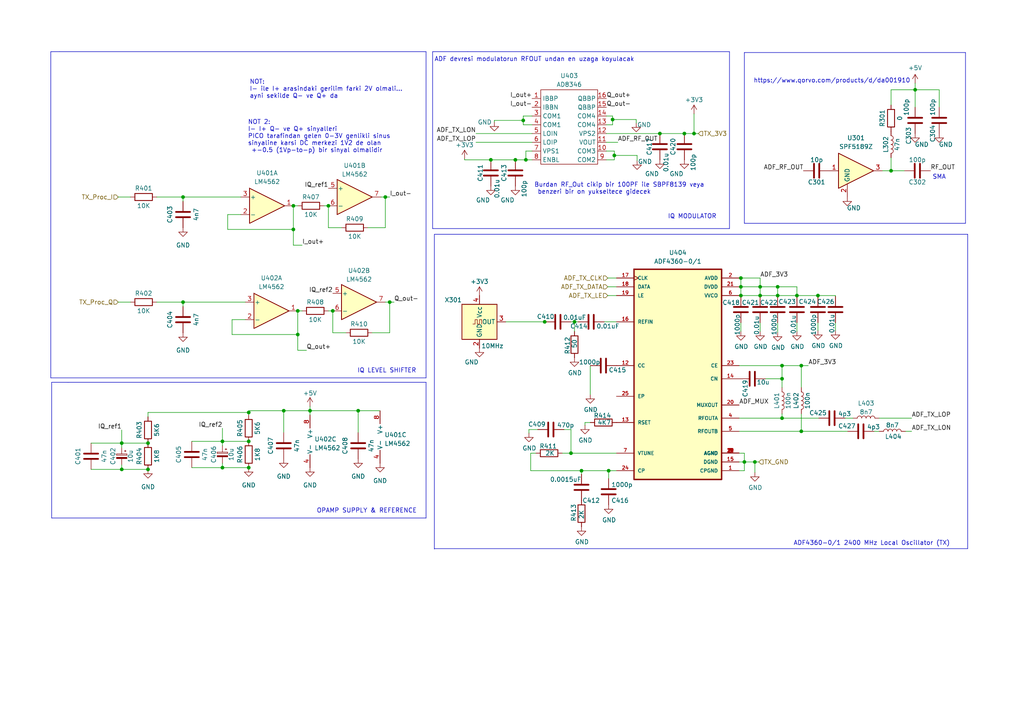
<source format=kicad_sch>
(kicad_sch (version 20231120) (generator "eeschema") (generator_version "8.0")
  (paper "A4")
  (title_block (title "TX RF Board"))
  (lib_symbols
    (symbol "+5V_1" (power) (pin_numbers hide) (pin_names (offset 0) hide)
      (property "Value" "+5V" (at 0 3.556 0))
      (symbol "+5V_1_0_1"
        (polyline (pts (xy -0.762 1.27) (xy 0 2.54)))
        (polyline (pts (xy 0 0) (xy 0 2.54)))
        (polyline (pts (xy 0 2.54) (xy 0.762 1.27)))
      )
      (symbol "+5V_1_1_1"
        (pin power_in line (at 0 0 90) (length 0) (name "~") (number "1"))
      )
    )
    (symbol "ADF4360:ADF4360-5BCP" (pin_names (offset 1.016))
      (property "Reference" "U102" (at 0 34.29 0))
      (property "Value" "ADF4360-4" (at 0 31.75 0))
      (symbol "ADF4360-5BCP_0_0"
        (rectangle (start -12.7 -30.48) (end 12.7 30.48) (stroke (width 0.41)) (fill (type background)))
        (pin power_in line (at 17.78 -27.94 180) (length 5.08) (name "CPGND") (number "1"))
        (pin power_in line (at 17.78 -22.86 180) (length 5.08) (name "AGND") (number "10"))
        (pin power_in line (at 17.78 -22.86 180) (length 5.08) (name "AGND") (number "11"))
        (pin bidirectional line (at -17.78 2.54 0) (length 5.08) (name "CC") (number "12"))
        (pin bidirectional line (at -17.78 -13.97 0) (length 5.08) (name "RSET") (number "13"))
        (pin bidirectional line (at 17.78 -1.27 180) (length 5.08) (name "CN") (number "14"))
        (pin power_in line (at 17.78 -25.4 180) (length 5.08) (name "DGND") (number "15"))
        (pin input line (at -17.78 15.24 0) (length 5.08) (name "REFIN") (number "16"))
        (pin input clock (at -17.78 27.94 0) (length 5.08) (name "CLK") (number "17"))
        (pin input line (at -17.78 25.4 0) (length 5.08) (name "DATA") (number "18"))
        (pin input line (at -17.78 22.86 0) (length 5.08) (name "LE") (number "19"))
        (pin power_in line (at 17.78 27.94 180) (length 5.08) (name "AVDD") (number "2"))
        (pin output line (at 17.78 -8.89 180) (length 5.08) (name "MUXOUT") (number "20"))
        (pin power_in line (at 17.78 25.4 180) (length 5.08) (name "DVDD") (number "21"))
        (pin power_in line (at 17.78 -22.86 180) (length 5.08) (name "AGND") (number "22"))
        (pin bidirectional line (at 17.78 2.54 180) (length 5.08) (name "CE") (number "23"))
        (pin output line (at -17.78 -27.94 0) (length 5.08) (name "CP") (number "24"))
        (pin bidirectional line (at -17.78 -6.35 0) (length 5.08) (name "EP") (number "25"))
        (pin power_in line (at 17.78 -22.86 180) (length 5.08) (name "AGND") (number "3"))
        (pin output line (at 17.78 -12.7 180) (length 5.08) (name "RFOUTA") (number "4"))
        (pin output line (at 17.78 -16.51 180) (length 5.08) (name "RFOUTB") (number "5"))
        (pin power_in line (at 17.78 22.86 180) (length 5.08) (name "VVCO") (number "6"))
        (pin input line (at -17.78 -22.86 0) (length 5.08) (name "VTUNE") (number "7"))
        (pin power_in line (at 17.78 -22.86 180) (length 5.08) (name "AGND") (number "8"))
        (pin power_in line (at 17.78 -22.86 180) (length 5.08) (name "AGND") (number "9"))
      )
    )
    (symbol "Amplifier_Operational:LM4562" (pin_names (offset 0.127))
      (property "Reference" "U" (at 0 5.08 0))
      (property "Value" "LM4562" (at 0 -5.08 0))
      (symbol "LM4562_1_1"
        (polyline (pts (xy -5.08 5.08) (xy 5.08 0) (xy -5.08 -5.08) (xy -5.08 5.08)) (stroke (width 0.254)) (fill (type background)))
        (pin output line (at 7.62 0 180) (length 2.54) (name "~") (number "1"))
        (pin input line (at -7.62 -2.54 0) (length 2.54) (name "-") (number "2"))
        (pin input line (at -7.62 2.54 0) (length 2.54) (name "+") (number "3"))
      )
      (symbol "LM4562_2_1"
        (polyline (pts (xy -5.08 5.08) (xy 5.08 0) (xy -5.08 -5.08) (xy -5.08 5.08)) (stroke (width 0.254)) (fill (type background)))
        (pin input line (at -7.62 2.54 0) (length 2.54) (name "+") (number "5"))
        (pin input line (at -7.62 -2.54 0) (length 2.54) (name "-") (number "6"))
        (pin output line (at 7.62 0 180) (length 2.54) (name "~") (number "7"))
      )
      (symbol "LM4562_3_1"
        (pin power_in line (at -2.54 -7.62 90) (length 3.81) (name "V-") (number "4"))
        (pin power_in line (at -2.54 7.62 270) (length 3.81) (name "V+") (number "8"))
      )
    )
    (symbol "Device:C" (pin_numbers hide) (pin_names (offset 0.254))
      (property "Reference" "C" (at 0.635 2.54 0))
      (property "Value" "C" (at 0.635 -2.54 0))
      (symbol "C_0_1"
        (polyline (pts (xy -2.032 -0.762) (xy 2.032 -0.762)) (stroke (width 0.508)))
        (polyline (pts (xy -2.032 0.762) (xy 2.032 0.762)) (stroke (width 0.508)))
      )
      (symbol "C_1_1"
        (pin passive line (at 0 3.81 270) (length 2.794) (name "~") (number "1"))
        (pin passive line (at 0 -3.81 90) (length 2.794) (name "~") (number "2"))
      )
    )
    (symbol "Device:C_Polarized_Small" (pin_numbers hide) (pin_names (offset 0.254) hide)
      (property "Reference" "C" (at 0.254 1.778 0))
      (property "Value" "C_Polarized_Small" (at 0.254 -2.032 0))
      (symbol "C_Polarized_Small_0_1"
        (rectangle (start -1.524 -0.3048) (end 1.524 -0.6858) (fill (type outline)))
        (rectangle (start -1.524 0.6858) (end 1.524 0.3048))
        (polyline (pts (xy -1.27 1.524) (xy -0.762 1.524)))
        (polyline (pts (xy -1.016 1.27) (xy -1.016 1.778)))
      )
      (symbol "C_Polarized_Small_1_1"
        (pin passive line (at 0 2.54 270) (length 1.8542) (name "~") (number "1"))
        (pin passive line (at 0 -2.54 90) (length 1.8542) (name "~") (number "2"))
      )
    )
    (symbol "Device:L" (pin_numbers hide) (pin_names (offset 1.016) hide)
      (property "Reference" "L" (at -1.27 -3.81 90))
      (property "Value" "L" (at -1.27 2.54 90))
      (symbol "L_0_1"
        (arc (start 0 -2.54) (mid 0.6323 -1.905) (end 0 -1.27))
        (arc (start 0 -1.27) (mid 0.6323 -0.635) (end 0 0))
        (arc (start 0 0) (mid 0.6323 0.635) (end 0 1.27))
        (arc (start 0 1.27) (mid 0.6323 1.905) (end 0 2.54))
      )
      (symbol "L_1_1"
        (pin passive line (at 0 3.81 270) (length 1.27) (name "1") (number "1"))
        (pin passive line (at 0 -3.81 90) (length 1.27) (name "2") (number "2"))
      )
    )
    (symbol "Device:R" (pin_numbers hide) (pin_names (offset 0))
      (property "Reference" "R" (at 2.032 0 90))
      (property "Value" "R" (at 0 0 90))
      (symbol "R_0_1"
        (rectangle (start -1.016 -2.54) (end 1.016 2.54) (stroke (width 0.254)))
      )
      (symbol "R_1_1"
        (pin passive line (at 0 3.81 270) (length 1.27) (name "~") (number "1"))
        (pin passive line (at 0 -3.81 90) (length 1.27) (name "~") (number "2"))
      )
    )
    (symbol "Enevo_WE-10_library:GND" (power) (pin_names (offset 0))
      (property "Value" "GND" (at 0 -3.81 0))
      (symbol "GND_0_1"
        (polyline (pts (xy 0 0) (xy 0 -1.27) (xy 1.27 -1.27) (xy 0 -2.54) (xy -1.27 -1.27) (xy 0 -1.27)))
      )
      (symbol "GND_1_1"
        (pin power_in line (at 0 0 270) (length 0) hide (name "GND") (number "1"))
      )
    )
    (symbol "Oscillator:TG2520SMN-xx.xxxxxxMhz-xxxxNM"
      (property "Reference" "X" (at -5.08 6.35 0))
      (property "Value" "TG2520SMN-xx.xxxxxxMhz-xxxxNM" (at 1.27 -6.35 0))
      (symbol "TG2520SMN-xx.xxxxxxMhz-xxxxNM_0_1"
        (rectangle (start -5.08 5.08) (end 5.08 -5.08) (stroke (width 0.254)) (fill (type background)))
        (polyline (pts (xy -1.905 -0.635) (xy -1.27 -0.635) (xy -1.27 0.635) (xy -0.635 0.635) (xy -0.635 -0.635) (xy 0 -0.635) (xy 0 0.635) (xy 0.635 0.635) (xy 0.635 -0.635)))
      )
      (symbol "TG2520SMN-xx.xxxxxxMhz-xxxxNM_1_1"
        (pin no_connect line (at -5.08 0 0) (length 2.54) hide (name "NC") (number "1"))
        (pin power_in line (at 0 -7.62 90) (length 2.54) (name "GND") (number "2"))
        (pin output line (at 7.62 0 180) (length 2.54) (name "OUT") (number "3"))
        (pin power_in line (at 0 7.62 270) (length 2.54) (name "Vcc") (number "4"))
      )
    )
    (symbol "RF_Amplifier:SPF5189Z"
      (property "Reference" "U" (at -1.27 7.62 0))
      (property "Value" "SPF5189Z" (at 2.54 5.08 0))
      (symbol "SPF5189Z_0_1"
        (polyline (pts (xy 5.08 0) (xy -5.08 5.08) (xy -5.08 -5.08) (xy 5.08 0)) (stroke (width 0.254)) (fill (type background)))
      )
      (symbol "SPF5189Z_1_1"
        (pin input line (at -7.62 0 0) (length 2.54) (name "~") (number "1"))
        (pin power_in line (at -2.54 -7.62 90) (length 3.81) (name "GND") (number "2"))
        (pin output line (at 7.62 0 180) (length 2.54) (name "~") (number "3"))
      )
    )
    (symbol "n3b_tx:AD8346"
      (property "Reference" "U" (at 0 0 0))
      (property "Value" "AD8346" (at 0 12.7 0))
      (symbol "AD8346_0_1"
        (rectangle (start -7.62 11.43) (end 8.89 -10.16))
      )
      (symbol "AD8346_1_1"
        (pin input line (at -10.16 8.89 0) (length 2.54) (name "IBBP") (number "1"))
        (pin input line (at 11.43 -6.35 180) (length 2.54) (name "COM3") (number "10"))
        (pin input line (at 11.43 -3.81 180) (length 2.54) (name "VOUT") (number "11"))
        (pin input line (at 11.43 -1.27 180) (length 2.54) (name "VPS2") (number "12"))
        (pin input line (at 11.43 1.27 180) (length 2.54) (name "COM4") (number "13"))
        (pin input line (at 11.43 3.81 180) (length 2.54) (name "COM4") (number "14"))
        (pin input line (at 11.43 6.35 180) (length 2.54) (name "QBBP") (number "15"))
        (pin input line (at 11.43 8.89 180) (length 2.54) (name "QBBP") (number "16"))
        (pin input line (at -10.16 6.35 0) (length 2.54) (name "IBBN") (number "2"))
        (pin input line (at -10.16 3.81 0) (length 2.54) (name "COM1") (number "3"))
        (pin input line (at -10.16 1.27 0) (length 2.54) (name "COM1") (number "4"))
        (pin input line (at -10.16 -1.27 0) (length 2.54) (name "LOIN") (number "5"))
        (pin input line (at -10.16 -3.81 0) (length 2.54) (name "LOIP") (number "6"))
        (pin input line (at -10.16 -6.35 0) (length 2.54) (name "VPS1") (number "7"))
        (pin input line (at -10.16 -8.89 0) (length 2.54) (name "ENBL") (number "8"))
        (pin input line (at 11.43 -8.89 180) (length 2.54) (name "COM2") (number "9"))
      )
    )
    (symbol "power:+3V3" (power) (pin_names (offset 0))
      (property "Value" "+3V3" (at 0 3.556 0))
      (symbol "+3V3_0_1"
        (polyline (pts (xy -0.762 1.27) (xy 0 2.54)))
        (polyline (pts (xy 0 0) (xy 0 2.54)))
        (polyline (pts (xy 0 2.54) (xy 0.762 1.27)))
      )
      (symbol "+3V3_1_1"
        (pin power_in line (at 0 0 90) (length 0) hide (name "+3V3") (number "1"))
      )
    )
    (symbol "power:+5V" (power) (pin_names (offset 0))
      (property "Value" "+5V" (at 0 3.556 0))
      (symbol "+5V_0_1"
        (polyline (pts (xy -0.762 1.27) (xy 0 2.54)))
        (polyline (pts (xy 0 0) (xy 0 2.54)))
        (polyline (pts (xy 0 2.54) (xy 0.762 1.27)))
      )
      (symbol "+5V_1_1"
        (pin power_in line (at 0 0 90) (length 0) hide (name "+5V") (number "1"))
      )
    )
    (symbol "power:GND" (power) (pin_names (offset 0))
      (property "Value" "GND" (at 0 -3.81 0))
      (symbol "GND_0_1"
        (polyline (pts (xy 0 0) (xy 0 -1.27) (xy 1.27 -1.27) (xy 0 -2.54) (xy -1.27 -1.27) (xy 0 -1.27)))
      )
      (symbol "GND_1_1"
        (pin power_in line (at 0 0 270) (length 0) hide (name "GND") (number "1"))
      )
    )
  )
  (junction (at 82.296 119.126))
  (junction (at 111.76 57.15))
  (junction (at 142.367 46.355))
  (junction (at 151.765 34.925))
  (junction (at 64.516 135.636))
  (junction (at 103.886 119.126))
  (junction (at 42.926 128.524))
  (junction (at 191.389 38.735))
  (junction (at 149.479 46.355))
  (junction (at 225.552 83.185))
  (junction (at 113.03 87.63))
  (junction (at 215.9 133.985))
  (junction (at 220.472 85.725))
  (junction (at 265.43 26.035))
  (junction (at 96.52 90.17))
  (junction (at 85.09 66.548))
  (junction (at 152.527 46.355))
  (junction (at 214.884 83.185))
  (junction (at 232.41 106.045))
  (junction (at 42.926 136.144))
  (junction (at 237.236 85.725))
  (junction (at 64.516 128.016))
  (junction (at 72.136 135.636))
  (junction (at 176.53 136.525))
  (junction (at 232.41 125.095))
  (junction (at 226.822 106.045))
  (junction (at 178.181 45.085))
  (junction (at 198.501 38.735))
  (junction (at 168.656 136.525))
  (junction (at 35.306 136.144))
  (junction (at 220.472 83.185))
  (junction (at 214.884 80.645))
  (junction (at 226.822 121.285))
  (junction (at 225.552 85.725))
  (junction (at 201.295 38.735))
  (junction (at 177.673 34.671))
  (junction (at 72.136 128.016))
  (junction (at 258.445 49.53))
  (junction (at 157.988 93.345))
  (junction (at 86.36 90.17))
  (junction (at 166.624 93.345))
  (junction (at 86.36 97.028))
  (junction (at 231.14 85.725))
  (junction (at 35.306 128.524))
  (junction (at 214.884 85.725))
  (junction (at 53.086 87.63))
  (junction (at 95.25 59.69))
  (junction (at 165.608 131.445))
  (junction (at 53.086 57.15))
  (junction (at 72.136 119.634))
  (junction (at 218.948 133.985))
  (junction (at 85.09 59.69))
  (junction (at 89.916 119.126))
  (junction (at 226.822 109.855))
  (polyline (pts (xy 14.732 14.986) (xy 17.272 14.986)))
  (wire (pts (xy 220.472 83.185) (xy 225.552 83.185)))
  (wire (pts (xy 113.03 87.63) (xy 111.76 87.63)))
  (wire (pts (xy 176.276 80.645) (xy 178.816 80.645)))
  (wire (pts (xy 106.68 66.04) (xy 111.76 66.04)))
  (wire (pts (xy 231.14 96.139) (xy 231.14 93.599)))
  (wire (pts (xy 146.685 93.345) (xy 157.988 93.345)))
  (wire (pts (xy 45.466 87.63) (xy 53.086 87.63)))
  (wire (pts (xy 265.43 26.035) (xy 258.445 26.035)))
  (wire (pts (xy 86.36 101.6) (xy 88.9 101.6)))
  (polyline (pts (xy 125.984 67.945) (xy 280.67 67.945)) (stroke (width 0) (type solid)))
  (wire (pts (xy 163.576 124.587) (xy 165.608 124.587)))
  (wire (pts (xy 66.04 62.23) (xy 69.85 62.23)))
  (polyline (pts (xy 135.636 14.986) (xy 211.582 14.986)))
  (wire (pts (xy 201.295 38.735) (xy 202.565 38.735)))
  (wire (pts (xy 171.196 122.555) (xy 169.672 122.555)))
  (wire (pts (xy 214.376 106.045) (xy 226.822 106.045)))
  (wire (pts (xy 155.956 124.587) (xy 153.416 124.587)))
  (wire (pts (xy 93.98 59.69) (xy 95.25 59.69)))
  (wire (pts (xy 166.624 93.345) (xy 167.64 93.345)))
  (polyline (pts (xy 123.571 109.601) (xy 14.732 109.601)))
  (wire (pts (xy 163.068 131.445) (xy 165.608 131.445)))
  (wire (pts (xy 151.765 36.195) (xy 154.305 36.195)))
  (wire (pts (xy 265.43 26.035) (xy 265.43 31.115)))
  (wire (pts (xy 225.552 85.979) (xy 225.552 85.725)))
  (wire (pts (xy 53.086 87.63) (xy 71.12 87.63)))
  (wire (pts (xy 232.41 120.015) (xy 232.41 125.095)))
  (wire (pts (xy 53.086 57.15) (xy 53.086 58.42)))
  (wire (pts (xy 175.895 43.815) (xy 178.181 43.815)))
  (wire (pts (xy 226.822 106.045) (xy 226.822 109.855)))
  (wire (pts (xy 42.926 119.634) (xy 42.926 120.904)))
  (wire (pts (xy 85.09 66.548) (xy 85.09 71.12)))
  (wire (pts (xy 85.09 59.69) (xy 85.09 66.548)))
  (wire (pts (xy 35.306 124.714) (xy 35.306 128.524)))
  (wire (pts (xy 26.416 128.524) (xy 35.306 128.524)))
  (wire (pts (xy 165.608 124.587) (xy 165.608 131.445)))
  (wire (pts (xy 96.52 96.52) (xy 96.52 90.17)))
  (wire (pts (xy 220.472 96.139) (xy 220.472 93.599)))
  (wire (pts (xy 220.472 83.185) (xy 220.472 80.645)))
  (wire (pts (xy 35.306 128.524) (xy 42.926 128.524)))
  (wire (pts (xy 143.383 34.925) (xy 151.765 34.925)))
  (wire (pts (xy 231.14 85.725) (xy 237.236 85.725)))
  (wire (pts (xy 143.383 35.433) (xy 143.383 34.925)))
  (wire (pts (xy 153.416 124.587) (xy 153.416 125.603)))
  (polyline (pts (xy 125.476 66.294) (xy 125.476 14.986)))
  (wire (pts (xy 178.181 46.355) (xy 175.895 46.355)))
  (wire (pts (xy 34.29 87.63) (xy 37.846 87.63)))
  (wire (pts (xy 155.448 131.445) (xy 153.924 131.445)))
  (polyline (pts (xy 215.9 64.77) (xy 280.035 64.77)))
  (wire (pts (xy 258.445 45.72) (xy 258.445 49.53)))
  (wire (pts (xy 53.086 87.63) (xy 53.086 88.9)))
  (wire (pts (xy 215.9 133.985) (xy 215.9 136.525)))
  (wire (pts (xy 64.516 135.636) (xy 72.136 135.636)))
  (wire (pts (xy 178.181 45.085) (xy 178.181 46.355)))
  (wire (pts (xy 242.316 85.725) (xy 242.316 85.979)))
  (wire (pts (xy 113.03 96.52) (xy 113.03 87.63)))
  (wire (pts (xy 232.41 125.095) (xy 245.872 125.095)))
  (wire (pts (xy 165.608 131.445) (xy 178.816 131.445)))
  (wire (pts (xy 89.916 119.126) (xy 103.886 119.126)))
  (wire (pts (xy 225.552 85.725) (xy 225.552 83.185)))
  (polyline (pts (xy 280.035 64.77) (xy 280.035 15.24)))
  (wire (pts (xy 72.136 119.634) (xy 72.136 120.396)))
  (wire (pts (xy 55.626 135.636) (xy 64.516 135.636)))
  (wire (pts (xy 245.11 121.285) (xy 247.396 121.285)))
  (wire (pts (xy 272.415 26.035) (xy 265.43 26.035)))
  (wire (pts (xy 64.516 124.206) (xy 64.516 128.016)))
  (wire (pts (xy 86.36 97.028) (xy 67.31 97.028)))
  (wire (pts (xy 153.924 131.445) (xy 153.924 136.525)))
  (wire (pts (xy 214.376 131.445) (xy 215.9 131.445)))
  (wire (pts (xy 55.626 128.016) (xy 64.516 128.016)))
  (wire (pts (xy 225.552 83.185) (xy 231.14 83.185)))
  (wire (pts (xy 89.916 119.126) (xy 89.916 120.396)))
  (wire (pts (xy 220.472 80.645) (xy 214.884 80.645)))
  (wire (pts (xy 214.376 133.985) (xy 215.9 133.985)))
  (wire (pts (xy 232.41 106.045) (xy 234.442 106.045)))
  (wire (pts (xy 214.376 80.645) (xy 214.884 80.645)))
  (wire (pts (xy 165.608 93.345) (xy 166.624 93.345)))
  (polyline (pts (xy 14.986 150.241) (xy 14.986 110.871)))
  (wire (pts (xy 175.26 93.345) (xy 178.816 93.345)))
  (wire (pts (xy 103.886 119.126) (xy 103.886 125.476)))
  (wire (pts (xy 177.673 36.195) (xy 175.895 36.195)))
  (wire (pts (xy 176.53 136.525) (xy 176.53 138.811)))
  (wire (pts (xy 134.747 46.101) (xy 134.747 46.355)))
  (wire (pts (xy 86.36 90.17) (xy 87.63 90.17)))
  (wire (pts (xy 149.479 46.355) (xy 142.367 46.355)))
  (wire (pts (xy 177.673 34.671) (xy 177.673 36.195)))
  (wire (pts (xy 265.43 24.13) (xy 265.43 26.035)))
  (polyline (pts (xy 280.67 159.131) (xy 125.984 159.131)) (stroke (width 0) (type solid)))
  (wire (pts (xy 242.316 95.885) (xy 242.316 93.599)))
  (wire (pts (xy 82.296 119.126) (xy 82.296 125.476)))
  (wire (pts (xy 218.948 137.033) (xy 218.948 133.985)))
  (wire (pts (xy 226.822 121.285) (xy 237.49 121.285)))
  (wire (pts (xy 184.785 46.609) (xy 184.785 45.085)))
  (wire (pts (xy 85.09 71.12) (xy 87.63 71.12)))
  (wire (pts (xy 272.415 31.115) (xy 272.415 26.035)))
  (wire (pts (xy 175.895 33.655) (xy 177.673 33.655)))
  (wire (pts (xy 152.527 46.355) (xy 149.479 46.355)))
  (wire (pts (xy 86.36 97.028) (xy 86.36 101.6)))
  (wire (pts (xy 232.41 106.045) (xy 232.41 112.395)))
  (wire (pts (xy 168.656 136.525) (xy 168.656 137.541)))
  (wire (pts (xy 66.04 66.548) (xy 66.04 62.23)))
  (wire (pts (xy 154.305 43.815) (xy 152.527 43.815)))
  (wire (pts (xy 67.31 97.028) (xy 67.31 92.71)))
  (wire (pts (xy 168.656 136.525) (xy 176.53 136.525)))
  (wire (pts (xy 214.884 85.979) (xy 214.884 85.725)))
  (wire (pts (xy 255.016 121.285) (xy 264.414 121.285)))
  (wire (pts (xy 64.516 128.016) (xy 72.136 128.016)))
  (wire (pts (xy 45.466 57.15) (xy 53.086 57.15)))
  (wire (pts (xy 220.472 85.979) (xy 220.472 85.725)))
  (polyline (pts (xy 123.571 150.241) (xy 14.986 150.241)))
  (wire (pts (xy 34.29 57.15) (xy 37.846 57.15)))
  (wire (pts (xy 95.25 90.17) (xy 96.52 90.17)))
  (wire (pts (xy 176.276 83.185) (xy 178.816 83.185)))
  (wire (pts (xy 138.049 38.735) (xy 154.305 38.735)))
  (wire (pts (xy 72.136 119.126) (xy 72.136 119.634)))
  (wire (pts (xy 262.255 49.53) (xy 258.445 49.53)))
  (wire (pts (xy 214.376 125.095) (xy 232.41 125.095)))
  (wire (pts (xy 107.95 96.52) (xy 113.03 96.52)))
  (wire (pts (xy 226.822 120.015) (xy 226.822 121.285)))
  (wire (pts (xy 175.895 41.275) (xy 179.197 41.275)))
  (wire (pts (xy 201.295 38.735) (xy 198.501 38.735)))
  (wire (pts (xy 253.492 125.095) (xy 255.016 125.095)))
  (wire (pts (xy 175.895 38.735) (xy 191.389 38.735)))
  (wire (pts (xy 103.886 119.126) (xy 110.236 119.126)))
  (wire (pts (xy 166.624 93.345) (xy 166.624 96.139)))
  (wire (pts (xy 85.09 66.548) (xy 66.04 66.548)))
  (wire (pts (xy 26.416 136.144) (xy 35.306 136.144)))
  (wire (pts (xy 151.765 34.925) (xy 151.765 36.195)))
  (wire (pts (xy 82.296 119.126) (xy 89.916 119.126)))
  (wire (pts (xy 177.673 33.655) (xy 177.673 34.671)))
  (wire (pts (xy 218.948 133.985) (xy 220.091 133.985)))
  (wire (pts (xy 215.9 136.525) (xy 214.376 136.525)))
  (wire (pts (xy 151.765 33.655) (xy 151.765 34.925)))
  (wire (pts (xy 113.03 87.63) (xy 114.3 87.63)))
  (wire (pts (xy 214.884 85.725) (xy 214.884 83.185)))
  (wire (pts (xy 169.672 122.555) (xy 169.672 123.317)))
  (wire (pts (xy 214.376 85.725) (xy 214.884 85.725)))
  (wire (pts (xy 35.306 136.144) (xy 42.926 136.144)))
  (wire (pts (xy 168.656 136.525) (xy 153.924 136.525)))
  (wire (pts (xy 86.36 90.17) (xy 86.36 97.028)))
  (wire (pts (xy 100.33 96.52) (xy 96.52 96.52)))
  (wire (pts (xy 214.884 85.725) (xy 220.472 85.725)))
  (polyline (pts (xy 215.9 15.24) (xy 280.035 15.24)))
  (wire (pts (xy 231.14 83.185) (xy 231.14 85.725)))
  (wire (pts (xy 225.552 85.725) (xy 231.14 85.725)))
  (wire (pts (xy 214.884 83.185) (xy 220.472 83.185)))
  (wire (pts (xy 231.14 85.725) (xy 231.14 85.979)))
  (polyline (pts (xy 19.431 110.871) (xy 123.571 110.871)))
  (polyline (pts (xy 14.986 110.871) (xy 20.066 110.871)))
  (wire (pts (xy 53.086 57.15) (xy 69.85 57.15)))
  (wire (pts (xy 154.305 33.655) (xy 151.765 33.655)))
  (wire (pts (xy 111.76 57.15) (xy 113.03 57.15)))
  (wire (pts (xy 237.236 93.599) (xy 237.236 95.885)))
  (wire (pts (xy 215.9 131.445) (xy 215.9 133.985)))
  (wire (pts (xy 214.376 121.285) (xy 226.822 121.285)))
  (wire (pts (xy 237.236 85.979) (xy 237.236 85.725)))
  (wire (pts (xy 214.884 83.185) (xy 214.884 80.645)))
  (wire (pts (xy 258.445 26.035) (xy 258.445 30.48)))
  (wire (pts (xy 237.236 85.725) (xy 242.316 85.725)))
  (wire (pts (xy 85.09 59.69) (xy 86.36 59.69)))
  (wire (pts (xy 214.884 96.139) (xy 214.884 93.599)))
  (wire (pts (xy 215.9 133.985) (xy 218.948 133.985)))
  (polyline (pts (xy 211.582 66.294) (xy 125.476 66.294)))
  (wire (pts (xy 176.53 136.525) (xy 178.816 136.525)))
  (wire (pts (xy 221.996 109.855) (xy 226.822 109.855)))
  (wire (pts (xy 184.785 45.085) (xy 178.181 45.085)))
  (polyline (pts (xy 125.476 14.986) (xy 135.636 14.986)))
  (wire (pts (xy 184.531 34.671) (xy 177.673 34.671)))
  (wire (pts (xy 64.516 129.286) (xy 64.516 128.016)))
  (wire (pts (xy 64.516 134.366) (xy 64.516 135.636)))
  (polyline (pts (xy 215.9 15.24) (xy 215.9 64.77)))
  (polyline (pts (xy 123.571 14.986) (xy 123.571 109.601)))
  (wire (pts (xy 72.136 119.126) (xy 82.296 119.126)))
  (wire (pts (xy 258.445 49.53) (xy 255.905 49.53)))
  (wire (pts (xy 226.822 106.045) (xy 232.41 106.045)))
  (wire (pts (xy 214.376 83.185) (xy 214.884 83.185)))
  (wire (pts (xy 220.472 85.725) (xy 220.472 83.185)))
  (polyline (pts (xy 17.272 14.986) (xy 123.571 14.986)))
  (wire (pts (xy 178.181 43.815) (xy 178.181 45.085)))
  (wire (pts (xy 35.306 129.794) (xy 35.306 128.524)))
  (wire (pts (xy 184.531 35.687) (xy 184.531 34.671)))
  (polyline (pts (xy 14.732 109.601) (xy 14.732 14.986)))
  (wire (pts (xy 42.926 119.634) (xy 72.136 119.634)))
  (wire (pts (xy 35.306 134.874) (xy 35.306 136.144)))
  (wire (pts (xy 111.76 66.04) (xy 111.76 57.15)))
  (wire (pts (xy 99.06 66.04) (xy 95.25 66.04)))
  (polyline (pts (xy 125.984 68.072) (xy 125.984 159.258)) (stroke (width 0) (type solid)))
  (wire (pts (xy 176.276 85.725) (xy 178.816 85.725)))
  (polyline (pts (xy 211.582 14.986) (xy 211.582 66.294)))
  (polyline (pts (xy 280.67 67.945) (xy 280.67 159.131)) (stroke (width 0) (type solid)))
  (wire (pts (xy 142.367 46.355) (xy 134.747 46.355)))
  (polyline (pts (xy 123.571 110.871) (xy 123.571 150.241)))
  (wire (pts (xy 152.527 43.815) (xy 152.527 46.355)))
  (wire (pts (xy 152.527 46.355) (xy 154.305 46.355)))
  (wire (pts (xy 201.295 33.02) (xy 201.295 38.735)))
  (wire (pts (xy 95.25 66.04) (xy 95.25 59.69)))
  (wire (pts (xy 157.988 93.345) (xy 158.115 93.345)))
  (wire (pts (xy 154.305 41.275) (xy 138.049 41.275)))
  (wire (pts (xy 262.636 125.095) (xy 264.414 125.095)))
  (wire (pts (xy 226.822 109.855) (xy 226.822 112.395)))
  (wire (pts (xy 191.389 38.735) (xy 198.501 38.735)))
  (wire (pts (xy 171.196 106.045) (xy 171.196 114.427)))
  (wire (pts (xy 225.552 93.599) (xy 225.552 96.393)))
  (wire (pts (xy 89.916 117.856) (xy 89.916 119.126)))
  (wire (pts (xy 67.31 92.71) (xy 71.12 92.71)))
  (wire (pts (xy 220.472 85.725) (xy 225.552 85.725)))
  (wire (pts (xy 111.76 57.15) (xy 110.49 57.15)))
  (text "IQ LEVEL SHIFTER" (at 103.632 108.331 0) (effects (font (size 1.27 1.27)) (justify left bottom)))
  (text "NOT 2:\nI- I+ Q- ve Q+ sinyalleri\nPICO tarafindan gelen 0-3V genlikli sinus \nsinyaline karsi DC merkezi 1V2 de olan\n +-0.5 (1Vp-to-p) bir sinyal olmalidir\n" (at 71.882 44.45 0) (effects (font (size 1.27 1.27)) (justify left bottom)))
  (text "Burdan RF_Out cikip bir 100PF ile SBPF8139 veya\n benzeri bir on yukseltece gidecek" (at 154.94 56.515 0) (effects (font (size 1.27 1.27)) (justify left bottom)))
  (text "SMA" (at 272.415 51.435 0) (effects (font (size 1.27 1.27))))
  (text "ADF devresi modulatorun RFOUT undan en uzaga koyulacak" (at 125.984 18.034 0) (effects (font (size 1.27 1.27)) (justify left bottom)))
  (text "ADF4360-0/1 2400 MHz Local Oscillator (TX)" (at 230.124 158.369 0) (effects (font (size 1.27 1.27)) (justify left bottom)))
  (text "IQ MODULATOR" (at 193.675 63.627 0) (effects (font (size 1.27 1.27)) (justify left bottom)))
  (text "https://www.qorvo.com/products/d/da001910" (at 241.3 23.495 0) (effects (font (size 1.27 1.27))))
  (text "NOT:\nI- ile I+ arasindaki gerilim farki 2V olmali...\nayni sekilde Q- ve Q+ da" (at 72.39 28.702 0) (effects (font (size 1.27 1.27)) (justify left bottom)))
  (text "OPAMP SUPPLY & REFERENCE" (at 91.821 148.971 0) (effects (font (size 1.27 1.27)) (justify left bottom)))
  (label "ADF_TX_LOP" (at 138.049 41.275 180))
  (label "I_out+" (at 87.63 71.12 0))
  (label "ADF_3V3" (at 234.442 106.045 0))
  (label "ADF_3V3" (at 220.472 80.645 0))
  (label "ADF_TX_LON" (at 138.049 38.735 180))
  (label "IQ_ref1" (at 35.306 124.714 180))
  (label "ADF_RF_OUT" (at 179.197 41.275 0))
  (label "ADF_TX_LON" (at 264.414 125.095 0))
  (label "IQ_ref2" (at 96.52 85.09 180))
  (label "I_out+" (at 154.305 28.575 180))
  (label "ADF_RF_OUT" (at 233.045 49.53 180))
  (label "RF_OUT" (at 269.875 49.53 0))
  (label "Q_out-" (at 175.895 31.115 0))
  (label "I_out-" (at 154.305 31.115 180))
  (label "I_out-" (at 113.03 57.15 0))
  (label "Q_out-" (at 114.3 87.63 0))
  (label "IQ_ref2" (at 64.516 124.206 180))
  (label "Q_out+" (at 88.9 101.6 0))
  (label "IQ_ref1" (at 95.25 54.61 180))
  (label "ADF_MUX" (at 214.376 117.475 0))
  (label "ADF_TX_LOP" (at 264.414 121.285 0))
  (label "Q_out+" (at 175.895 28.575 0))
  (hierarchical_label "ADF_TX_CLK" (shape input) (at 176.276 80.645 180))
  (hierarchical_label "TX_Proc_I" (shape input) (at 34.29 57.15 180))
  (hierarchical_label "ADF_TX_LE" (shape input) (at 176.276 85.725 180))
  (hierarchical_label "TX_3V3" (shape input) (at 202.565 38.735 0))
  (hierarchical_label "TX_Proc_Q" (shape input) (at 34.29 87.63 180))
  (hierarchical_label "TX_GND" (shape input) (at 220.091 133.985 0))
  (hierarchical_label "ADF_TX_DATA" (shape input) (at 176.276 83.185 180))
  (symbol (lib_id "Device:C") (at 82.296 129.286 180) (unit 1)
    (property "Reference" "C407" (at 78.486 129.286 90))
    (property "Value" "47n" (at 86.106 129.286 90))
    (property "Footprint" "Capacitor_SMD:C_0805_2012Metric" (effects (hide yes)))
  )
  (symbol (lib_id "Device:L") (at 226.822 116.205 0) (unit 1)
    (property "Reference" "L401" (at 225.298 116.205 90))
    (property "Value" "100n" (at 228.6 116.205 90))
    (property "Footprint" "Inductor_SMD:L_0805_2012Metric" (effects (hide yes)))
    (property "Description" "0805 Inductor" (effects (hide yes)))
    (property "Size" "0805" (effects (hide yes)))
  )
  (symbol (lib_id "Amplifier_Operational:LM4562") (at 78.74 90.17 0) (unit 1)
    (property "Reference" "U402" (at 78.74 80.645 0))
    (property "Value" "LM4562" (at 78.74 83.185 0))
    (property "Datasheet" "http://www.ti.com/lit/ds/symlink/lm4562.pdf" (effects (hide yes)))
  )
  (symbol (lib_id "Device:C") (at 53.086 62.23 180) (unit 1)
    (property "Reference" "C403" (at 49.276 62.23 90))
    (property "Value" "4n7" (at 56.896 62.23 90))
    (property "Footprint" "Capacitor_SMD:C_0805_2012Metric" (effects (hide yes)))
  )
  (symbol (lib_id "Device:R") (at 72.136 124.206 180) (unit 1)
    (property "Reference" "R405" (at 69.596 124.206 90))
    (property "Value" "5K6" (at 74.676 124.206 90))
    (property "Footprint" "Resistor_SMD:R_0805_2012Metric" (effects (hide yes)))
  )
  (symbol (lib_id "power:GND") (at 53.086 96.52 0) (unit 1)
    (property "Reference" "#PWR0403" (effects (hide yes)))
    (property "Value" "GND" (at 53.086 101.6 0))
  )
  (symbol (lib_id "Device:L") (at 258.445 41.91 0) (unit 1)
    (property "Reference" "L302" (at 256.921 41.91 90))
    (property "Value" "47n" (at 260.223 41.91 90))
    (property "Footprint" "Inductor_SMD:L_0805_2012Metric" (effects (hide yes)))
    (property "Description" "0805 Inductor" (effects (hide yes)))
    (property "Size" "0805" (effects (hide yes)))
  )
  (symbol (lib_id "power:GND") (at 265.43 38.735 0) (unit 1)
    (property "Reference" "#PWR0303" (effects (hide yes)))
    (property "Value" "GND" (at 267.335 41.91 0))
  )
  (symbol (lib_id "Device:R") (at 41.656 87.63 90) (unit 1)
    (property "Reference" "R402" (at 41.656 85.09 90))
    (property "Value" "10K" (at 41.656 90.17 90))
    (property "Footprint" "Resistor_SMD:R_0805_2012Metric" (effects (hide yes)))
  )
  (symbol (lib_id "Device:C") (at 175.006 106.045 270) (unit 1)
    (property "Reference" "C415" (at 176.53 107.315 90) (effects (justify left)))
    (property "Value" "1000p" (at 167.894 105.029 90) (effects (justify left)))
    (property "Footprint" "Capacitor_SMD:C_0805_2012Metric" (effects (hide yes)))
    (property "Description" "0805 Capacitor" (effects (hide yes)))
    (property "Size" "0805" (effects (hide yes)))
  )
  (symbol (lib_id "Enevo_WE-10_library:GND") (at 166.624 103.759 0) (unit 1)
    (property "Reference" "#PWR0414" (effects (hide yes)))
    (property "Value" "GND" (at 166.751 108.1532 0))
  )
  (symbol (lib_id "Enevo_WE-10_library:GND") (at 153.416 125.603 0) (unit 1)
    (property "Reference" "#PWR0410" (effects (hide yes)))
    (property "Value" "GND" (at 153.543 129.9972 0))
  )
  (symbol (lib_id "power:GND") (at 53.086 66.04 0) (unit 1)
    (property "Reference" "#PWR0402" (effects (hide yes)))
    (property "Value" "GND" (at 53.086 71.12 0))
  )
  (symbol (lib_id "Device:C") (at 218.186 109.855 270) (unit 1)
    (property "Reference" "C419" (at 216.154 110.109 0) (effects (justify left)))
    (property "Value" "10u" (at 219.456 110.871 90) (effects (justify left)))
    (property "Footprint" "Capacitor_SMD:C_1206_3216Metric" (effects (hide yes)))
    (property "Description" "1206 Capacitor" (effects (hide yes)))
    (property "Size" "1206" (effects (hide yes)))
  )
  (symbol (lib_id "Device:C_Polarized_Small") (at 35.306 132.334 0) (mirror y) (unit 1)
    (property "Reference" "C402" (at 32.766 132.334 90))
    (property "Value" "10u" (at 37.846 132.334 90))
    (property "Footprint" "Capacitor_SMD:CP_Elec_5x3" (effects (hide yes)))
  )
  (symbol (lib_id "Device:C") (at 272.415 34.925 0) (unit 1)
    (property "Reference" "C304" (at 270.51 38.735 90))
    (property "Value" "100p" (at 270.51 31.115 90))
    (property "Footprint" "Capacitor_SMD:C_0805_2012Metric" (effects (hide yes)))
  )
  (symbol (lib_id "Enevo_WE-10_library:GND") (at 225.552 96.393 0) (unit 1)
    (property "Reference" "#PWR0428" (effects (hide yes)))
    (property "Value" "GND" (at 225.679 100.7872 0))
  )
  (symbol (lib_id "Amplifier_Operational:LM4562") (at 77.47 59.69 0) (unit 1)
    (property "Reference" "U401" (at 77.47 50.165 0))
    (property "Value" "LM4562" (at 77.47 52.705 0))
    (property "Datasheet" "http://www.ti.com/lit/ds/symlink/lm4562.pdf" (effects (hide yes)))
  )
  (symbol (lib_id "Device:R") (at 41.656 57.15 90) (unit 1)
    (property "Reference" "R401" (at 41.656 54.61 90))
    (property "Value" "10K" (at 41.656 59.69 90))
    (property "Footprint" "Resistor_SMD:R_0805_2012Metric" (effects (hide yes)))
  )
  (symbol (lib_id "power:GND") (at 245.745 57.15 0) (unit 1)
    (property "Reference" "#PWR0306" (effects (hide yes)))
    (property "Value" "GND" (at 247.65 60.325 0))
  )
  (symbol (lib_id "Device:R") (at 104.14 96.52 90) (unit 1)
    (property "Reference" "R410" (at 104.14 93.98 90))
    (property "Value" "10K" (at 104.14 99.06 90))
    (property "Footprint" "Resistor_SMD:R_0805_2012Metric" (effects (hide yes)))
  )
  (symbol (lib_id "Enevo_WE-10_library:GND") (at 171.196 114.427 0) (unit 1)
    (property "Reference" "#PWR0418" (effects (hide yes)))
    (property "Value" "GND" (at 171.323 118.8212 0))
  )
  (symbol (lib_id "Device:C") (at 225.552 89.789 180) (unit 1)
    (property "Reference" "C422" (at 225.552 87.757 0) (effects (justify left)))
    (property "Value" "1000p" (at 224.536 91.059 90) (effects (justify left)))
    (property "Footprint" "Capacitor_SMD:C_0805_2012Metric" (effects (hide yes)))
    (property "Description" "0805 Capacitor" (effects (hide yes)))
    (property "Size" "0805" (effects (hide yes)))
  )
  (symbol (lib_id "Device:R") (at 72.136 131.826 180) (unit 1)
    (property "Reference" "R406" (at 69.596 131.826 90))
    (property "Value" "1K8" (at 74.676 131.826 90))
    (property "Footprint" "Resistor_SMD:R_0805_2012Metric" (effects (hide yes)))
  )
  (symbol (lib_id "Device:C") (at 142.367 50.165 180) (unit 1)
    (property "Reference" "C411" (at 139.319 50.165 90))
    (property "Value" "0.01u" (at 144.145 54.737 90))
    (property "Footprint" "Capacitor_SMD:C_0805_2012Metric" (effects (hide yes)))
  )
  (symbol (lib_id "Enevo_WE-10_library:GND") (at 218.948 137.033 0) (unit 1)
    (property "Reference" "#PWR0424" (effects (hide yes)))
    (property "Value" "GND" (at 219.075 141.4272 0))
  )
  (symbol (lib_id "Device:C") (at 249.682 125.095 270) (unit 1)
    (property "Reference" "C427" (at 243.078 123.571 90) (effects (justify left)))
    (property "Value" "4p3" (at 251.46 123.825 90) (effects (justify left)))
    (property "Footprint" "Capacitor_SMD:C_0805_2012Metric" (effects (hide yes)))
    (property "Description" "0805 Capacitor" (effects (hide yes)))
    (property "Size" "0805" (effects (hide yes)))
  )
  (symbol (lib_id "Device:L") (at 232.41 116.205 0) (unit 1)
    (property "Reference" "L402" (at 230.886 116.205 90))
    (property "Value" "100n" (at 234.188 116.205 90))
    (property "Footprint" "Inductor_SMD:L_0805_2012Metric" (effects (hide yes)))
    (property "Description" "0805 Inductor" (effects (hide yes)))
    (property "Size" "0805" (effects (hide yes)))
  )
  (symbol (lib_id "Device:C") (at 237.236 89.789 180) (unit 1)
    (property "Reference" "C424" (at 236.728 87.503 0) (effects (justify left)))
    (property "Value" "1000p" (at 235.966 91.059 90) (effects (justify left)))
    (property "Footprint" "Capacitor_SMD:C_0805_2012Metric" (effects (hide yes)))
    (property "Description" "0805 Capacitor" (effects (hide yes)))
    (property "Size" "0805" (effects (hide yes)))
  )
  (symbol (lib_id "RF_Amplifier:SPF5189Z") (at 248.285 49.53 0) (unit 1)
    (property "Reference" "U301" (at 248.285 40.005 0))
    (property "Value" "SPF5189Z" (at 248.285 42.545 0))
    (property "Footprint" "Package_TO_SOT_SMD:SOT-89-3" (effects (hide yes)))
    (property "Datasheet" "www.qorvo.com/products/d/da001910" (effects (hide yes)))
    (property "Description" "50MHz to 4000MHz, GaAs pHEMT low noise MMIC amplifier, SOT-89" (effects (hide yes)))
  )
  (symbol (lib_id "Device:C_Polarized_Small") (at 64.516 131.826 0) (mirror y) (unit 1)
    (property "Reference" "C406" (at 61.976 131.826 90))
    (property "Value" "10u" (at 67.056 131.826 90))
    (property "Footprint" "Capacitor_SMD:CP_Elec_5x3" (effects (hide yes)))
  )
  (symbol (lib_id "Enevo_WE-10_library:GND") (at 237.236 95.885 0) (unit 1)
    (property "Reference" "#PWR0430" (effects (hide yes)))
    (property "Value" "GND" (at 237.363 100.2792 0))
  )
  (symbol (lib_id "power:GND") (at 110.236 134.366 0) (unit 1)
    (property "Reference" "#PWR0409" (effects (hide yes)))
    (property "Value" "GND" (at 110.236 139.446 0))
  )
  (symbol (lib_id "Enevo_WE-10_library:GND") (at 214.884 96.139 0) (unit 1)
    (property "Reference" "#PWR0423" (effects (hide yes)))
    (property "Value" "GND" (at 215.011 100.5332 0))
  )
  (symbol (lib_id "Amplifier_Operational:LM4562") (at 112.776 126.746 0) (unit 3)
    (property "Reference" "U401" (at 111.506 126.111 0) (effects (justify left)))
    (property "Value" "LM4562" (at 111.506 128.651 0) (effects (justify left)))
    (property "Datasheet" "http://www.ti.com/lit/ds/symlink/lm4562.pdf" (effects (hide yes)))
  )
  (symbol (lib_id "Amplifier_Operational:LM4562") (at 104.14 87.63 0) (unit 2)
    (property "Reference" "U402" (at 104.14 78.486 0))
    (property "Value" "LM4562" (at 104.14 81.026 0))
    (property "Datasheet" "http://www.ti.com/lit/ds/symlink/lm4562.pdf" (effects (hide yes)))
  )
  (symbol (lib_id "Device:R") (at 91.44 90.17 90) (unit 1)
    (property "Reference" "R408" (at 91.44 87.63 90))
    (property "Value" "10K" (at 91.44 92.71 90))
    (property "Footprint" "Resistor_SMD:R_0805_2012Metric" (effects (hide yes)))
  )
  (symbol (lib_id "Device:R") (at 102.87 66.04 90) (unit 1)
    (property "Reference" "R409" (at 102.87 63.5 90))
    (property "Value" "10K" (at 102.87 68.58 90))
    (property "Footprint" "Resistor_SMD:R_0805_2012Metric" (effects (hide yes)))
  )
  (symbol (lib_id "Device:L") (at 258.826 125.095 90) (unit 1)
    (property "Reference" "L404" (at 259.08 126.619 90))
    (property "Value" "8n7" (at 258.826 123.317 90))
    (property "Footprint" "Inductor_SMD:L_0805_2012Metric" (effects (hide yes)))
    (property "Description" "0805 Inductor" (effects (hide yes)))
    (property "Size" "0805" (effects (hide yes)))
  )
  (symbol (lib_id "Device:R") (at 166.624 99.949 180) (unit 1)
    (property "Reference" "R412" (at 164.592 100.203 90))
    (property "Value" "50" (at 166.624 99.695 90))
    (property "Footprint" "Resistor_SMD:R_0805_2012Metric" (effects (hide yes)))
    (property "Description" "0805 Resistor" (effects (hide yes)))
    (property "Size" "0805" (effects (hide yes)))
  )
  (symbol (lib_id "power:GND") (at 82.296 133.096 0) (unit 1)
    (property "Reference" "#PWR0405" (effects (hide yes)))
    (property "Value" "GND" (at 82.296 138.176 0))
  )
  (symbol (lib_id "Device:C") (at 159.766 124.587 270) (unit 1)
    (property "Reference" "C409" (at 153.162 123.063 90) (effects (justify left)))
    (property "Value" "470p" (at 161.544 123.317 90) (effects (justify left)))
    (property "Footprint" "Capacitor_SMD:C_0805_2012Metric" (effects (hide yes)))
    (property "Description" "0805 Capacitor" (effects (hide yes)))
    (property "Size" "0805" (effects (hide yes)))
  )
  (symbol (lib_id "Device:C") (at 214.884 89.789 180) (unit 1)
    (property "Reference" "C418" (at 214.63 87.757 0) (effects (justify left)))
    (property "Value" "1000p" (at 213.868 91.059 90) (effects (justify left)))
    (property "Footprint" "Capacitor_SMD:C_0805_2012Metric" (effects (hide yes)))
    (property "Description" "0805 Capacitor" (effects (hide yes)))
    (property "Size" "0805" (effects (hide yes)))
  )
  (symbol (lib_id "Device:C") (at 103.886 129.286 180) (unit 1)
    (property "Reference" "C408" (at 100.076 129.286 90))
    (property "Value" "47n" (at 107.696 129.286 90))
    (property "Footprint" "Capacitor_SMD:C_0805_2012Metric" (effects (hide yes)))
  )
  (symbol (lib_id "Device:R") (at 168.656 148.971 0) (unit 1)
    (property "Reference" "R413" (at 166.37 148.717 90))
    (property "Value" "2K" (at 168.656 149.225 90))
    (property "Footprint" "Resistor_SMD:R_0805_2012Metric" (effects (hide yes)))
    (property "Description" "0805 Resistor" (effects (hide yes)))
    (property "Size" "0805" (effects (hide yes)))
  )
  (symbol (lib_id "Enevo_WE-10_library:GND") (at 169.672 123.317 0) (unit 1)
    (property "Reference" "#PWR0416" (effects (hide yes)))
    (property "Value" "GND" (at 169.799 127.7112 0))
  )
  (symbol (lib_id "Oscillator:TG2520SMN-xx.xxxxxxMhz-xxxxNM") (at 139.065 93.345 0) (unit 1)
    (property "Reference" "X301" (at 133.985 86.995 0) (effects (justify right)))
    (property "Value" "10MHz" (at 146.05 100.33 0) (effects (justify right)))
    (property "Footprint" "Oscillator:Oscillator_SMD_SeikoEpson_TG2520SMN-xxx-xxxxxx-4Pin_2.5x2.0mm" (effects (hide yes)))
    (property "Datasheet" "https://support.epson.biz/td/api/doc_check.php?dl=app_TG2520SMN&lang=en" (effects (hide yes)))
    (property "Description" "Crystal Oscillator Low Profile / High Stability TCXO" (effects (hide yes)))
  )
  (symbol (lib_id "power:GND") (at 142.367 53.975 0) (unit 1)
    (property "Reference" "#PWR0412" (effects (hide yes)))
    (property "Value" "GND" (at 140.081 58.039 0))
  )
  (symbol (lib_id "Amplifier_Operational:LM4562") (at 102.87 57.15 0) (unit 2)
    (property "Reference" "U401" (at 102.87 48.006 0))
    (property "Value" "LM4562" (at 102.87 50.546 0))
    (property "Datasheet" "http://www.ti.com/lit/ds/symlink/lm4562.pdf" (effects (hide yes)))
  )
  (symbol (lib_id "Device:C") (at 242.316 89.789 180) (unit 1)
    (property "Reference" "C426" (at 242.062 87.503 0) (effects (justify left)))
    (property "Value" "0.01u" (at 241.3 91.059 90) (effects (justify left)))
    (property "Footprint" "Capacitor_SMD:C_0805_2012Metric" (effects (hide yes)))
    (property "Description" "0805 Capacitor" (effects (hide yes)))
    (property "Size" "0805" (effects (hide yes)))
  )
  (symbol (lib_id "power:+3V3") (at 139.065 85.725 0) (unit 1)
    (property "Reference" "#PWR0301" (effects (hide yes)))
    (property "Value" "+3V3" (at 139.065 81.661 0))
  )
  (symbol (lib_id "power:GND") (at 139.065 100.965 0) (unit 1)
    (property "Reference" "#PWR0302" (effects (hide yes)))
    (property "Value" "GND" (at 136.779 105.029 0))
  )
  (symbol (lib_id "Device:R") (at 42.926 124.714 180) (unit 1)
    (property "Reference" "R403" (at 40.386 124.714 90))
    (property "Value" "5K6" (at 45.466 124.714 90))
    (property "Footprint" "Resistor_SMD:R_0805_2012Metric" (effects (hide yes)))
  )
  (symbol (lib_id "Device:C") (at 266.065 49.53 270) (unit 1)
    (property "Reference" "C302" (at 266.065 52.832 90))
    (property "Value" "100p" (at 266.065 46.355 90))
    (property "Footprint" "Capacitor_SMD:C_0805_2012Metric" (effects (hide yes)))
  )
  (symbol (lib_id "Device:R") (at 90.17 59.69 90) (unit 1)
    (property "Reference" "R407" (at 90.17 57.15 90))
    (property "Value" "10K" (at 90.17 62.23 90))
    (property "Footprint" "Resistor_SMD:R_0805_2012Metric" (effects (hide yes)))
  )
  (symbol (lib_id "Enevo_WE-10_library:GND") (at 176.53 146.431 0) (unit 1)
    (property "Reference" "#PWR0419" (effects (hide yes)))
    (property "Value" "GND" (at 176.657 150.8252 0))
  )
  (symbol (lib_id "Device:C") (at 231.14 89.789 180) (unit 1)
    (property "Reference" "C423" (at 230.886 87.503 0) (effects (justify left)))
    (property "Value" "0.01u" (at 230.124 91.313 90) (effects (justify left)))
    (property "Footprint" "Capacitor_SMD:C_0805_2012Metric" (effects (hide yes)))
    (property "Description" "0805 Capacitor" (effects (hide yes)))
    (property "Size" "0805" (effects (hide yes)))
  )
  (symbol (lib_id "power:GND") (at 42.926 136.144 0) (unit 1)
    (property "Reference" "#PWR0401" (effects (hide yes)))
    (property "Value" "GND" (at 42.926 141.224 0))
  )
  (symbol (lib_id "Device:R") (at 159.258 131.445 90) (unit 1)
    (property "Reference" "R411" (at 159.004 129.413 90))
    (property "Value" "2K" (at 159.512 131.445 90))
    (property "Footprint" "Resistor_SMD:R_0805_2012Metric" (effects (hide yes)))
    (property "Description" "0805 Resistor" (effects (hide yes)))
    (property "Size" "0805" (effects (hide yes)))
  )
  (symbol (lib_id "power:+5V") (at 89.916 117.856 0) (unit 1)
    (property "Reference" "#PWR0406" (effects (hide yes)))
    (property "Value" "+5V" (at 89.916 114.046 0))
  )
  (symbol (lib_id "Device:R") (at 42.926 132.334 180) (unit 1)
    (property "Reference" "R404" (at 40.386 132.334 90))
    (property "Value" "1K8" (at 45.466 132.334 90))
    (property "Footprint" "Resistor_SMD:R_0805_2012Metric" (effects (hide yes)))
  )
  (symbol (lib_id "power:GND") (at 143.383 35.433 0) (unit 1)
    (property "Reference" "#PWR0413" (effects (hide yes)))
    (property "Value" "GND" (at 140.589 35.433 0))
  )
  (symbol (lib_id "Device:C") (at 161.798 93.345 270) (unit 1)
    (property "Reference" "C410" (at 155.702 91.821 90) (effects (justify left)))
    (property "Value" "0.01uF" (at 163.322 92.075 90) (effects (justify left)))
    (property "Footprint" "Capacitor_SMD:C_0805_2012Metric" (effects (hide yes)))
    (property "Description" "0805 Capacitor" (effects (hide yes)))
    (property "Size" "0805" (effects (hide yes)))
  )
  (symbol (lib_id "Device:C") (at 191.389 42.545 180) (unit 1)
    (property "Reference" "C417" (at 188.341 42.545 90))
    (property "Value" "0.01u" (at 193.167 47.117 90))
    (property "Footprint" "Capacitor_SMD:C_0805_2012Metric" (effects (hide yes)))
  )
  (symbol (lib_id "Device:C") (at 26.416 132.334 180) (unit 1)
    (property "Reference" "C401" (at 22.606 132.334 90))
    (property "Value" "47n" (at 30.226 132.334 90))
    (property "Footprint" "Capacitor_SMD:C_0805_2012Metric" (effects (hide yes)))
  )
  (symbol (lib_id "power:GND") (at 184.785 46.609 0) (unit 1)
    (property "Reference" "#PWR0421" (effects (hide yes)))
    (property "Value" "GND" (at 187.071 46.863 0))
  )
  (symbol (lib_id "Device:C") (at 168.656 141.351 0) (unit 1)
    (property "Reference" "C412" (at 168.91 145.161 0) (effects (justify left)))
    (property "Value" "0.0015uF" (at 159.512 139.065 0) (effects (justify left)))
    (property "Footprint" "Capacitor_SMD:C_0805_2012Metric" (effects (hide yes)))
    (property "Description" "0805 Capacitor" (effects (hide yes)))
    (property "Size" "0805" (effects (hide yes)))
  )
  (symbol (lib_id "Device:C") (at 241.3 121.285 270) (unit 1)
    (property "Reference" "C425" (at 234.696 119.761 90) (effects (justify left)))
    (property "Value" "4p3" (at 243.078 120.015 90) (effects (justify left)))
    (property "Footprint" "Capacitor_SMD:C_0805_2012Metric" (effects (hide yes)))
    (property "Description" "0805 Capacitor" (effects (hide yes)))
    (property "Size" "0805" (effects (hide yes)))
  )
  (symbol (lib_id "Device:R") (at 175.006 122.555 90) (unit 1)
    (property "Reference" "R414" (at 174.752 120.523 90))
    (property "Value" "4K7" (at 175.26 122.555 90))
    (property "Footprint" "Resistor_SMD:R_0805_2012Metric" (effects (hide yes)))
    (property "Description" "0805 Resistor" (effects (hide yes)))
    (property "Size" "0805" (effects (hide yes)))
  )
  (symbol (lib_id "Device:C") (at 198.501 42.545 180) (unit 1)
    (property "Reference" "C420" (at 195.199 42.545 90))
    (property "Value" "100p" (at 201.041 47.117 90))
    (property "Footprint" "Capacitor_SMD:C_0805_2012Metric" (effects (hide yes)))
  )
  (symbol (lib_id "Device:C") (at 149.479 50.165 180) (unit 1)
    (property "Reference" "C413" (at 146.177 50.165 90))
    (property "Value" "100p" (at 152.019 54.737 90))
    (property "Footprint" "Capacitor_SMD:C_0805_2012Metric" (effects (hide yes)))
  )
  (symbol (lib_id "Device:C") (at 220.472 89.789 180) (unit 1)
    (property "Reference" "C421" (at 220.218 87.757 0) (effects (justify left)))
    (property "Value" "0.01u" (at 219.456 91.567 90) (effects (justify left)))
    (property "Footprint" "Capacitor_SMD:C_0805_2012Metric" (effects (hide yes)))
    (property "Description" "0805 Capacitor" (effects (hide yes)))
    (property "Size" "0805" (effects (hide yes)))
  )
  (symbol (lib_id "power:GND") (at 184.531 35.687 0) (unit 1)
    (property "Reference" "#PWR0420" (effects (hide yes)))
    (property "Value" "GND" (at 186.817 36.195 0))
  )
  (symbol (lib_id "Device:C") (at 176.53 142.621 0) (unit 1)
    (property "Reference" "C416" (at 177.292 145.161 0) (effects (justify left)))
    (property "Value" "1000p" (at 177.292 140.589 0) (effects (justify left)))
    (property "Footprint" "Capacitor_SMD:C_0805_2012Metric" (effects (hide yes)))
    (property "Description" "0805 Capacitor" (effects (hide yes)))
    (property "Size" "0805" (effects (hide yes)))
  )
  (symbol (lib_id "power:GND") (at 149.479 53.975 0) (unit 1)
    (property "Reference" "#PWR0417" (effects (hide yes)))
    (property "Value" "GND" (at 147.193 58.039 0))
  )
  (symbol (lib_id "Device:R") (at 258.445 34.29 180) (unit 1)
    (property "Reference" "R301" (at 255.905 34.29 90))
    (property "Value" "0" (at 260.985 34.29 90))
    (property "Footprint" "Resistor_SMD:R_0805_2012Metric" (effects (hide yes)))
  )
  (symbol (lib_id "Amplifier_Operational:LM4562") (at 92.456 128.016 0) (unit 3)
    (property "Reference" "U402" (at 91.186 127.381 0) (effects (justify left)))
    (property "Value" "LM4562" (at 91.186 129.921 0) (effects (justify left)))
    (property "Datasheet" "http://www.ti.com/lit/ds/symlink/lm4562.pdf" (effects (hide yes)))
  )
  (symbol (lib_id "power:GND") (at 191.389 46.355 0) (unit 1)
    (property "Reference" "#PWR0422" (effects (hide yes)))
    (property "Value" "GND" (at 189.103 50.419 0))
  )
  (symbol (lib_id "Enevo_WE-10_library:GND") (at 242.316 95.885 0) (unit 1)
    (property "Reference" "#PWR0431" (effects (hide yes)))
    (property "Value" "GND" (at 242.443 100.2792 0))
  )
  (symbol (lib_id "Device:L") (at 251.206 121.285 90) (unit 1)
    (property "Reference" "L403" (at 251.206 116.967 90))
    (property "Value" "8n7" (at 251.206 119.507 90))
    (property "Footprint" "Inductor_SMD:L_0805_2012Metric" (effects (hide yes)))
    (property "Description" "0805 Inductor" (effects (hide yes)))
    (property "Size" "0805" (effects (hide yes)))
  )
  (symbol (lib_id "Device:C") (at 53.086 92.71 180) (unit 1)
    (property "Reference" "C404" (at 49.276 92.71 90))
    (property "Value" "4n7" (at 56.896 92.71 90))
    (property "Footprint" "Capacitor_SMD:C_0805_2012Metric" (effects (hide yes)))
  )
  (symbol (lib_id "power:+3V3") (at 201.295 33.02 0) (unit 1)
    (property "Reference" "#PWR0427" (effects (hide yes)))
    (property "Value" "+3V3" (at 201.295 28.956 0))
  )
  (symbol (lib_id "power:GND") (at 198.501 46.355 0) (unit 1)
    (property "Reference" "#PWR0425" (effects (hide yes)))
    (property "Value" "GND" (at 196.215 50.419 0))
  )
  (symbol (lib_id "Device:C") (at 171.45 93.345 270) (unit 1)
    (property "Reference" "C414" (at 165.354 94.615 90) (effects (justify left)))
    (property "Value" "0.01uF" (at 172.974 94.615 90) (effects (justify left)))
    (property "Footprint" "Capacitor_SMD:C_0805_2012Metric" (effects (hide yes)))
    (property "Description" "0805 Capacitor" (effects (hide yes)))
    (property "Size" "0805" (effects (hide yes)))
  )
  (symbol (lib_id "Enevo_WE-10_library:GND") (at 220.472 96.139 0) (unit 1)
    (property "Reference" "#PWR0426" (effects (hide yes)))
    (property "Value" "GND" (at 220.599 100.5332 0))
  )
  (symbol (lib_id "Enevo_WE-10_library:GND") (at 168.656 152.781 0) (unit 1)
    (property "Reference" "#PWR0415" (effects (hide yes)))
    (property "Value" "GND" (at 168.783 157.1752 0))
  )
  (symbol (lib_id "Device:C") (at 55.626 131.826 180) (unit 1)
    (property "Reference" "C405" (at 51.816 131.826 90))
    (property "Value" "47n" (at 59.436 131.826 90))
    (property "Footprint" "Capacitor_SMD:C_0805_2012Metric" (effects (hide yes)))
  )
  (symbol (lib_id "power:GND") (at 72.136 135.636 0) (unit 1)
    (property "Reference" "#PWR0404" (effects (hide yes)))
    (property "Value" "GND" (at 72.136 140.716 0))
  )
  (symbol (lib_id "n3b_tx:AD8346") (at 164.465 37.465 0) (unit 1)
    (property "Reference" "U403" (at 165.1 21.971 0))
    (property "Value" "AD8346" (at 165.1 24.511 0))
  )
  (symbol (lib_id "Device:C") (at 236.855 49.53 270) (unit 1)
    (property "Reference" "C301" (at 236.855 52.832 90))
    (property "Value" "10p" (at 236.855 46.355 90))
    (property "Footprint" "Capacitor_SMD:C_0805_2012Metric" (effects (hide yes)))
  )
  (symbol (lib_id "power:+3V3") (at 134.747 46.101 0) (unit 1)
    (property "Reference" "#PWR0411" (effects (hide yes)))
    (property "Value" "+3V3" (at 134.747 42.037 0))
  )
  (symbol (lib_id "power:GND") (at 89.916 135.636 0) (unit 1)
    (property "Reference" "#PWR0407" (effects (hide yes)))
    (property "Value" "GND" (at 89.916 140.716 0))
  )
  (symbol (lib_id "Device:C") (at 265.43 34.925 180) (unit 1)
    (property "Reference" "C303" (at 263.525 39.37 90))
    (property "Value" "100p" (at 262.89 31.115 90))
    (property "Footprint" "Capacitor_SMD:C_0805_2012Metric" (effects (hide yes)))
  )
  (symbol (lib_name "+5V_1") (lib_id "power:+5V") (at 265.43 24.13 0) (unit 1)
    (property "Reference" "#PWR0305" (effects (hide yes)))
    (property "Value" "+5V" (at 265.43 19.685 0))
    (property "Description" "Power symbol creates a global label with name \"+5V\"" (effects (hide yes)))
  )
  (symbol (lib_id "Enevo_WE-10_library:GND") (at 231.14 96.139 0) (unit 1)
    (property "Reference" "#PWR0429" (effects (hide yes)))
    (property "Value" "GND" (at 231.267 100.5332 0))
  )
  (symbol (lib_id "ADF4360:ADF4360-5BCP") (at 196.596 108.585 0) (unit 1)
    (property "Reference" "U404" (at 196.596 73.279 0))
    (property "Value" "ADF4360-0/1" (at 196.596 75.819 0))
    (property "Footprint" "adf4360:QFN50P400X400X100-25N" (effects (hide yes)))
    (property "Description" "\nFanout Distribution, Integer N Synthesizer (RF) IC 1.4GHz 1 24-WFQFN Exposed Pad, CSP\n" (effects (hide yes)))
    (property "MF" "Analog Devices" (effects (hide yes)))
    (property "Package" "LFCSP-24 Analog Devices" (effects (hide yes)))
    (property "Price" "None" (effects (hide yes)))
    (property "SnapEDA_Link" "https://www.snapeda.com/parts/ADF4360-5BCP/Analog+Devices/view-part/?ref=snap" (effects (hide yes)))
    (property "MP" "ADF4360-5BCP" (effects (hide yes)))
    (property "Availability" "In Stock" (effects (hide yes)))
    (property "Check_prices" "https://www.snapeda.com/parts/ADF4360-5BCP/Analog+Devices/view-part/?ref=eda" (effects (hide yes)))
  )
  (symbol (lib_id "power:GND") (at 103.886 133.096 0) (unit 1)
    (property "Reference" "#PWR0408" (effects (hide yes)))
    (property "Value" "GND" (at 103.886 138.176 0))
  )
  (symbol (lib_id "power:GND") (at 272.415 38.735 0) (unit 1)
    (property "Reference" "#PWR0304" (effects (hide yes)))
    (property "Value" "GND" (at 274.32 41.91 0))
  )
)
</source>
